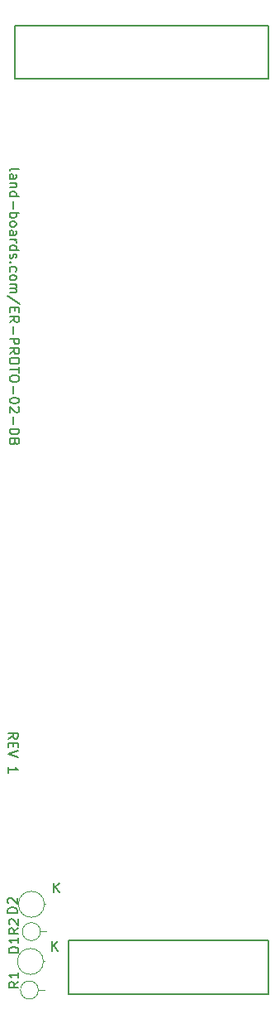
<source format=gto>
%TF.GenerationSoftware,KiCad,Pcbnew,(6.0.1)*%
%TF.CreationDate,2022-11-03T08:37:49-04:00*%
%TF.ProjectId,ER-PROTO-02-DB,45522d50-524f-4544-9f2d-30322d44422e,1*%
%TF.SameCoordinates,Original*%
%TF.FileFunction,Legend,Top*%
%TF.FilePolarity,Positive*%
%FSLAX46Y46*%
G04 Gerber Fmt 4.6, Leading zero omitted, Abs format (unit mm)*
G04 Created by KiCad (PCBNEW (6.0.1)) date 2022-11-03 08:37:49*
%MOMM*%
%LPD*%
G01*
G04 APERTURE LIST*
%ADD10C,0.150000*%
%ADD11C,0.120000*%
G04 APERTURE END LIST*
D10*
X98861619Y-83407428D02*
X99337809Y-83074095D01*
X98861619Y-82836000D02*
X99861619Y-82836000D01*
X99861619Y-83216952D01*
X99814000Y-83312190D01*
X99766380Y-83359809D01*
X99671142Y-83407428D01*
X99528285Y-83407428D01*
X99433047Y-83359809D01*
X99385428Y-83312190D01*
X99337809Y-83216952D01*
X99337809Y-82836000D01*
X99385428Y-83836000D02*
X99385428Y-84169333D01*
X98861619Y-84312190D02*
X98861619Y-83836000D01*
X99861619Y-83836000D01*
X99861619Y-84312190D01*
X99861619Y-84597904D02*
X98861619Y-84931238D01*
X99861619Y-85264571D01*
X98861619Y-86883619D02*
X98861619Y-86312190D01*
X98861619Y-86597904D02*
X99861619Y-86597904D01*
X99718761Y-86502666D01*
X99623523Y-86407428D01*
X99575904Y-86312190D01*
X98988619Y-25362047D02*
X99036238Y-25266809D01*
X99131476Y-25219190D01*
X99988619Y-25219190D01*
X98988619Y-26171571D02*
X99512428Y-26171571D01*
X99607666Y-26123952D01*
X99655285Y-26028714D01*
X99655285Y-25838238D01*
X99607666Y-25743000D01*
X99036238Y-26171571D02*
X98988619Y-26076333D01*
X98988619Y-25838238D01*
X99036238Y-25743000D01*
X99131476Y-25695380D01*
X99226714Y-25695380D01*
X99321952Y-25743000D01*
X99369571Y-25838238D01*
X99369571Y-26076333D01*
X99417190Y-26171571D01*
X99655285Y-26647761D02*
X98988619Y-26647761D01*
X99560047Y-26647761D02*
X99607666Y-26695380D01*
X99655285Y-26790619D01*
X99655285Y-26933476D01*
X99607666Y-27028714D01*
X99512428Y-27076333D01*
X98988619Y-27076333D01*
X98988619Y-27981095D02*
X99988619Y-27981095D01*
X99036238Y-27981095D02*
X98988619Y-27885857D01*
X98988619Y-27695380D01*
X99036238Y-27600142D01*
X99083857Y-27552523D01*
X99179095Y-27504904D01*
X99464809Y-27504904D01*
X99560047Y-27552523D01*
X99607666Y-27600142D01*
X99655285Y-27695380D01*
X99655285Y-27885857D01*
X99607666Y-27981095D01*
X99369571Y-28457285D02*
X99369571Y-29219190D01*
X98988619Y-29695380D02*
X99988619Y-29695380D01*
X99607666Y-29695380D02*
X99655285Y-29790619D01*
X99655285Y-29981095D01*
X99607666Y-30076333D01*
X99560047Y-30123952D01*
X99464809Y-30171571D01*
X99179095Y-30171571D01*
X99083857Y-30123952D01*
X99036238Y-30076333D01*
X98988619Y-29981095D01*
X98988619Y-29790619D01*
X99036238Y-29695380D01*
X98988619Y-30743000D02*
X99036238Y-30647761D01*
X99083857Y-30600142D01*
X99179095Y-30552523D01*
X99464809Y-30552523D01*
X99560047Y-30600142D01*
X99607666Y-30647761D01*
X99655285Y-30743000D01*
X99655285Y-30885857D01*
X99607666Y-30981095D01*
X99560047Y-31028714D01*
X99464809Y-31076333D01*
X99179095Y-31076333D01*
X99083857Y-31028714D01*
X99036238Y-30981095D01*
X98988619Y-30885857D01*
X98988619Y-30743000D01*
X98988619Y-31933476D02*
X99512428Y-31933476D01*
X99607666Y-31885857D01*
X99655285Y-31790619D01*
X99655285Y-31600142D01*
X99607666Y-31504904D01*
X99036238Y-31933476D02*
X98988619Y-31838238D01*
X98988619Y-31600142D01*
X99036238Y-31504904D01*
X99131476Y-31457285D01*
X99226714Y-31457285D01*
X99321952Y-31504904D01*
X99369571Y-31600142D01*
X99369571Y-31838238D01*
X99417190Y-31933476D01*
X98988619Y-32409666D02*
X99655285Y-32409666D01*
X99464809Y-32409666D02*
X99560047Y-32457285D01*
X99607666Y-32504904D01*
X99655285Y-32600142D01*
X99655285Y-32695380D01*
X98988619Y-33457285D02*
X99988619Y-33457285D01*
X99036238Y-33457285D02*
X98988619Y-33362047D01*
X98988619Y-33171571D01*
X99036238Y-33076333D01*
X99083857Y-33028714D01*
X99179095Y-32981095D01*
X99464809Y-32981095D01*
X99560047Y-33028714D01*
X99607666Y-33076333D01*
X99655285Y-33171571D01*
X99655285Y-33362047D01*
X99607666Y-33457285D01*
X99036238Y-33885857D02*
X98988619Y-33981095D01*
X98988619Y-34171571D01*
X99036238Y-34266809D01*
X99131476Y-34314428D01*
X99179095Y-34314428D01*
X99274333Y-34266809D01*
X99321952Y-34171571D01*
X99321952Y-34028714D01*
X99369571Y-33933476D01*
X99464809Y-33885857D01*
X99512428Y-33885857D01*
X99607666Y-33933476D01*
X99655285Y-34028714D01*
X99655285Y-34171571D01*
X99607666Y-34266809D01*
X99083857Y-34743000D02*
X99036238Y-34790619D01*
X98988619Y-34743000D01*
X99036238Y-34695380D01*
X99083857Y-34743000D01*
X98988619Y-34743000D01*
X99036238Y-35647761D02*
X98988619Y-35552523D01*
X98988619Y-35362047D01*
X99036238Y-35266809D01*
X99083857Y-35219190D01*
X99179095Y-35171571D01*
X99464809Y-35171571D01*
X99560047Y-35219190D01*
X99607666Y-35266809D01*
X99655285Y-35362047D01*
X99655285Y-35552523D01*
X99607666Y-35647761D01*
X98988619Y-36219190D02*
X99036238Y-36123952D01*
X99083857Y-36076333D01*
X99179095Y-36028714D01*
X99464809Y-36028714D01*
X99560047Y-36076333D01*
X99607666Y-36123952D01*
X99655285Y-36219190D01*
X99655285Y-36362047D01*
X99607666Y-36457285D01*
X99560047Y-36504904D01*
X99464809Y-36552523D01*
X99179095Y-36552523D01*
X99083857Y-36504904D01*
X99036238Y-36457285D01*
X98988619Y-36362047D01*
X98988619Y-36219190D01*
X98988619Y-36981095D02*
X99655285Y-36981095D01*
X99560047Y-36981095D02*
X99607666Y-37028714D01*
X99655285Y-37123952D01*
X99655285Y-37266809D01*
X99607666Y-37362047D01*
X99512428Y-37409666D01*
X98988619Y-37409666D01*
X99512428Y-37409666D02*
X99607666Y-37457285D01*
X99655285Y-37552523D01*
X99655285Y-37695380D01*
X99607666Y-37790619D01*
X99512428Y-37838238D01*
X98988619Y-37838238D01*
X100036238Y-39028714D02*
X98750523Y-38171571D01*
X99512428Y-39362047D02*
X99512428Y-39695380D01*
X98988619Y-39838238D02*
X98988619Y-39362047D01*
X99988619Y-39362047D01*
X99988619Y-39838238D01*
X98988619Y-40838238D02*
X99464809Y-40504904D01*
X98988619Y-40266809D02*
X99988619Y-40266809D01*
X99988619Y-40647761D01*
X99941000Y-40743000D01*
X99893380Y-40790619D01*
X99798142Y-40838238D01*
X99655285Y-40838238D01*
X99560047Y-40790619D01*
X99512428Y-40743000D01*
X99464809Y-40647761D01*
X99464809Y-40266809D01*
X99369571Y-41266809D02*
X99369571Y-42028714D01*
X98988619Y-42504904D02*
X99988619Y-42504904D01*
X99988619Y-42885857D01*
X99941000Y-42981095D01*
X99893380Y-43028714D01*
X99798142Y-43076333D01*
X99655285Y-43076333D01*
X99560047Y-43028714D01*
X99512428Y-42981095D01*
X99464809Y-42885857D01*
X99464809Y-42504904D01*
X98988619Y-44076333D02*
X99464809Y-43743000D01*
X98988619Y-43504904D02*
X99988619Y-43504904D01*
X99988619Y-43885857D01*
X99941000Y-43981095D01*
X99893380Y-44028714D01*
X99798142Y-44076333D01*
X99655285Y-44076333D01*
X99560047Y-44028714D01*
X99512428Y-43981095D01*
X99464809Y-43885857D01*
X99464809Y-43504904D01*
X99988619Y-44695380D02*
X99988619Y-44885857D01*
X99941000Y-44981095D01*
X99845761Y-45076333D01*
X99655285Y-45123952D01*
X99321952Y-45123952D01*
X99131476Y-45076333D01*
X99036238Y-44981095D01*
X98988619Y-44885857D01*
X98988619Y-44695380D01*
X99036238Y-44600142D01*
X99131476Y-44504904D01*
X99321952Y-44457285D01*
X99655285Y-44457285D01*
X99845761Y-44504904D01*
X99941000Y-44600142D01*
X99988619Y-44695380D01*
X99988619Y-45409666D02*
X99988619Y-45981095D01*
X98988619Y-45695380D02*
X99988619Y-45695380D01*
X99988619Y-46504904D02*
X99988619Y-46695380D01*
X99941000Y-46790619D01*
X99845761Y-46885857D01*
X99655285Y-46933476D01*
X99321952Y-46933476D01*
X99131476Y-46885857D01*
X99036238Y-46790619D01*
X98988619Y-46695380D01*
X98988619Y-46504904D01*
X99036238Y-46409666D01*
X99131476Y-46314428D01*
X99321952Y-46266809D01*
X99655285Y-46266809D01*
X99845761Y-46314428D01*
X99941000Y-46409666D01*
X99988619Y-46504904D01*
X99369571Y-47362047D02*
X99369571Y-48123952D01*
X99988619Y-48790619D02*
X99988619Y-48885857D01*
X99941000Y-48981095D01*
X99893380Y-49028714D01*
X99798142Y-49076333D01*
X99607666Y-49123952D01*
X99369571Y-49123952D01*
X99179095Y-49076333D01*
X99083857Y-49028714D01*
X99036238Y-48981095D01*
X98988619Y-48885857D01*
X98988619Y-48790619D01*
X99036238Y-48695380D01*
X99083857Y-48647761D01*
X99179095Y-48600142D01*
X99369571Y-48552523D01*
X99607666Y-48552523D01*
X99798142Y-48600142D01*
X99893380Y-48647761D01*
X99941000Y-48695380D01*
X99988619Y-48790619D01*
X99893380Y-49504904D02*
X99941000Y-49552523D01*
X99988619Y-49647761D01*
X99988619Y-49885857D01*
X99941000Y-49981095D01*
X99893380Y-50028714D01*
X99798142Y-50076333D01*
X99702904Y-50076333D01*
X99560047Y-50028714D01*
X98988619Y-49457285D01*
X98988619Y-50076333D01*
X99369571Y-50504904D02*
X99369571Y-51266809D01*
X98988619Y-51743000D02*
X99988619Y-51743000D01*
X99988619Y-51981095D01*
X99941000Y-52123952D01*
X99845761Y-52219190D01*
X99750523Y-52266809D01*
X99560047Y-52314428D01*
X99417190Y-52314428D01*
X99226714Y-52266809D01*
X99131476Y-52219190D01*
X99036238Y-52123952D01*
X98988619Y-51981095D01*
X98988619Y-51743000D01*
X99512428Y-53076333D02*
X99464809Y-53219190D01*
X99417190Y-53266809D01*
X99321952Y-53314428D01*
X99179095Y-53314428D01*
X99083857Y-53266809D01*
X99036238Y-53219190D01*
X98988619Y-53123952D01*
X98988619Y-52743000D01*
X99988619Y-52743000D01*
X99988619Y-53076333D01*
X99941000Y-53171571D01*
X99893380Y-53219190D01*
X99798142Y-53266809D01*
X99702904Y-53266809D01*
X99607666Y-53219190D01*
X99560047Y-53171571D01*
X99512428Y-53076333D01*
X99512428Y-52743000D01*
X105000000Y-104000000D02*
X125500000Y-104000000D01*
X125500000Y-104000000D02*
X125500000Y-109500000D01*
X125500000Y-109500000D02*
X105000000Y-109500000D01*
X105000000Y-109500000D02*
X105000000Y-104000000D01*
X99500000Y-10500000D02*
X125500000Y-10500000D01*
X125500000Y-10500000D02*
X125500000Y-16000000D01*
X125500000Y-16000000D02*
X99500000Y-16000000D01*
X99500000Y-16000000D02*
X99500000Y-10500000D01*
%TO.C,D2*%
X99766380Y-101195095D02*
X98766380Y-101195095D01*
X98766380Y-100957000D01*
X98814000Y-100814142D01*
X98909238Y-100718904D01*
X99004476Y-100671285D01*
X99194952Y-100623666D01*
X99337809Y-100623666D01*
X99528285Y-100671285D01*
X99623523Y-100718904D01*
X99718761Y-100814142D01*
X99766380Y-100957000D01*
X99766380Y-101195095D01*
X98861619Y-100242714D02*
X98814000Y-100195095D01*
X98766380Y-100099857D01*
X98766380Y-99861761D01*
X98814000Y-99766523D01*
X98861619Y-99718904D01*
X98956857Y-99671285D01*
X99052095Y-99671285D01*
X99194952Y-99718904D01*
X99766380Y-100290333D01*
X99766380Y-99671285D01*
X103497095Y-99131380D02*
X103497095Y-98131380D01*
X104068523Y-99131380D02*
X103639952Y-98559952D01*
X104068523Y-98131380D02*
X103497095Y-98702809D01*
%TO.C,D1*%
X99893380Y-105259095D02*
X98893380Y-105259095D01*
X98893380Y-105021000D01*
X98941000Y-104878142D01*
X99036238Y-104782904D01*
X99131476Y-104735285D01*
X99321952Y-104687666D01*
X99464809Y-104687666D01*
X99655285Y-104735285D01*
X99750523Y-104782904D01*
X99845761Y-104878142D01*
X99893380Y-105021000D01*
X99893380Y-105259095D01*
X99893380Y-103735285D02*
X99893380Y-104306714D01*
X99893380Y-104021000D02*
X98893380Y-104021000D01*
X99036238Y-104116238D01*
X99131476Y-104211476D01*
X99179095Y-104306714D01*
X103370095Y-105100380D02*
X103370095Y-104100380D01*
X103941523Y-105100380D02*
X103512952Y-104528952D01*
X103941523Y-104100380D02*
X103370095Y-104671809D01*
%TO.C,R2*%
X99893380Y-102782666D02*
X99417190Y-103116000D01*
X99893380Y-103354095D02*
X98893380Y-103354095D01*
X98893380Y-102973142D01*
X98941000Y-102877904D01*
X98988619Y-102830285D01*
X99083857Y-102782666D01*
X99226714Y-102782666D01*
X99321952Y-102830285D01*
X99369571Y-102877904D01*
X99417190Y-102973142D01*
X99417190Y-103354095D01*
X98988619Y-102401714D02*
X98941000Y-102354095D01*
X98893380Y-102258857D01*
X98893380Y-102020761D01*
X98941000Y-101925523D01*
X98988619Y-101877904D01*
X99083857Y-101830285D01*
X99179095Y-101830285D01*
X99321952Y-101877904D01*
X99893380Y-102449333D01*
X99893380Y-101830285D01*
%TO.C,R1*%
X99893380Y-108243666D02*
X99417190Y-108577000D01*
X99893380Y-108815095D02*
X98893380Y-108815095D01*
X98893380Y-108434142D01*
X98941000Y-108338904D01*
X98988619Y-108291285D01*
X99083857Y-108243666D01*
X99226714Y-108243666D01*
X99321952Y-108291285D01*
X99369571Y-108338904D01*
X99417190Y-108434142D01*
X99417190Y-108815095D01*
X99893380Y-107291285D02*
X99893380Y-107862714D01*
X99893380Y-107577000D02*
X98893380Y-107577000D01*
X99036238Y-107672238D01*
X99131476Y-107767476D01*
X99179095Y-107862714D01*
D11*
%TO.C,D2*%
X102545371Y-100330000D02*
X102659000Y-100330000D01*
X102545371Y-100330000D02*
G75*
G03*
X102545371Y-100330000I-1326371J0D01*
G01*
%TO.C,D1*%
X102447057Y-106172000D02*
X102560686Y-106172000D01*
X102447057Y-106172000D02*
G75*
G03*
X102447057Y-106172000I-1326371J0D01*
G01*
%TO.C,R2*%
X102139000Y-103124000D02*
X102759000Y-103124000D01*
X102139000Y-103124000D02*
G75*
G03*
X102139000Y-103124000I-920000J0D01*
G01*
%TO.C,R1*%
X101935000Y-109093000D02*
X102555000Y-109093000D01*
X101935000Y-109093000D02*
G75*
G03*
X101935000Y-109093000I-920000J0D01*
G01*
%TD*%
M02*

</source>
